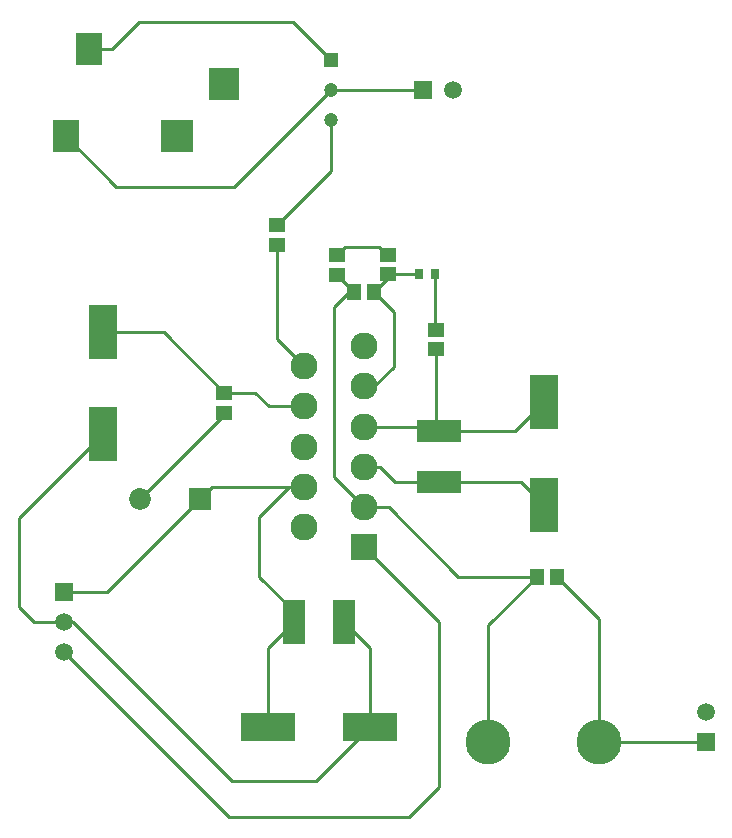
<source format=gbr>
G04 Layer_Physical_Order=1*
G04 Layer_Color=255*
%FSLAX25Y25*%
%MOIN*%
%TF.FileFunction,Copper,L1,Top,Signal*%
%TF.Part,Single*%
G01*
G75*
%TA.AperFunction,SMDPad,CuDef*%
%ADD10R,0.09252X0.18307*%
%ADD11R,0.14567X0.07283*%
%ADD12R,0.05709X0.05118*%
%ADD13R,0.07283X0.14567*%
%ADD14R,0.18307X0.09252*%
%ADD15R,0.02756X0.03740*%
%ADD16R,0.05512X0.04528*%
%ADD17R,0.04528X0.05512*%
%ADD18R,0.08661X0.11024*%
%ADD19R,0.11024X0.11024*%
%ADD20R,0.10236X0.11024*%
%TA.AperFunction,Conductor*%
%ADD21C,0.01000*%
%TA.AperFunction,ComponentPad*%
%ADD22R,0.05905X0.05905*%
%ADD23C,0.05905*%
%ADD24R,0.09000X0.09000*%
%ADD25C,0.09000*%
%ADD26R,0.04724X0.04724*%
%ADD27C,0.04724*%
%ADD28C,0.15000*%
%ADD29R,0.07283X0.07283*%
%ADD30C,0.07283*%
%ADD31R,0.05905X0.05905*%
D10*
X325000Y273028D02*
D03*
Y238972D02*
D03*
X178000Y296528D02*
D03*
Y262472D02*
D03*
D11*
X290000Y246634D02*
D03*
Y263366D02*
D03*
D12*
X289000Y297150D02*
D03*
Y290850D02*
D03*
X273000Y315850D02*
D03*
Y322150D02*
D03*
D13*
X258366Y200000D02*
D03*
X241634D02*
D03*
D14*
X267028Y165000D02*
D03*
X232972D02*
D03*
D15*
X288756Y316000D02*
D03*
X283244D02*
D03*
D16*
X256000Y322346D02*
D03*
Y315653D02*
D03*
X236000Y332347D02*
D03*
Y325654D02*
D03*
X218500Y269654D02*
D03*
Y276346D02*
D03*
D17*
X268347Y310000D02*
D03*
X261653D02*
D03*
X322654Y215000D02*
D03*
X329346D02*
D03*
D18*
X165610Y361772D02*
D03*
X173484Y390905D02*
D03*
D19*
X202618Y361772D02*
D03*
D20*
X218366Y379291D02*
D03*
D21*
X265000Y238200D02*
X273200D01*
X150000Y234472D02*
X178000Y262472D01*
X150000Y205000D02*
Y234472D01*
Y205000D02*
X155000Y200000D01*
X165000D01*
Y190000D02*
X220000Y135000D01*
X241339Y400000D02*
X254000Y387339D01*
X190000Y400000D02*
X241339D01*
X180905Y390905D02*
X190000Y400000D01*
X173484Y390905D02*
X180905D01*
X221661Y345000D02*
X254000Y377339D01*
X182382Y345000D02*
X221661D01*
X165610Y361772D02*
X182382Y345000D01*
X275000Y285000D02*
Y303346D01*
X268400Y278400D02*
X275000Y285000D01*
X265000Y278400D02*
X268400D01*
X255000Y248200D02*
Y305000D01*
Y248200D02*
X265000Y238200D01*
Y265000D02*
X288366D01*
X230000Y235000D02*
X239900Y244900D01*
X230000Y215000D02*
Y235000D01*
Y215000D02*
X241634Y203366D01*
X239900Y244900D02*
X245000D01*
X241634Y200000D02*
Y203366D01*
X232972Y191339D02*
X241634Y200000D01*
X232972Y165000D02*
Y191339D01*
X258366Y200000D02*
X267028Y191339D01*
Y165000D02*
Y191339D01*
X265000Y224800D02*
X290000Y199800D01*
Y145000D02*
Y199800D01*
X280000Y135000D02*
X290000Y145000D01*
X220000Y135000D02*
X280000D01*
X233300Y271700D02*
X245000D01*
X228654Y276346D02*
X233300Y271700D01*
X218500Y276346D02*
X228654D01*
X198319Y296528D02*
X218500Y276346D01*
X178000Y296528D02*
X198319D01*
X218500Y269000D02*
Y269654D01*
X190500Y241000D02*
X218500Y269000D01*
X179500Y210000D02*
X210500Y241000D01*
X165000Y210000D02*
X179500D01*
X265000Y251600D02*
X270400D01*
X275366Y246634D01*
X290000D01*
X260000Y310000D02*
X261653D01*
X268347D02*
X275000Y303346D01*
X165000Y200000D02*
X168000D01*
X221000Y147000D01*
X249028D01*
X267028Y165000D01*
X255000Y305000D02*
X260000Y310000D01*
X256000Y322346D02*
X258653Y325000D01*
X270150D01*
X273000Y322150D01*
X256000Y315653D02*
X261653Y310000D01*
X268347D02*
X273000Y314653D01*
Y315850D01*
X283095D01*
X283244Y316000D01*
X288756Y297394D02*
Y316000D01*
Y297394D02*
X289000Y297150D01*
Y264366D02*
Y290850D01*
Y264366D02*
X290000Y263366D01*
X288366Y265000D02*
X289000Y264366D01*
X284661Y377339D02*
X285000Y377000D01*
X254000Y377339D02*
X284661D01*
X210500Y241000D02*
X214400Y244900D01*
X239900D01*
X290000Y263366D02*
X315339D01*
X325000Y273028D01*
X290000Y246634D02*
X317339D01*
X325000Y238972D01*
X273200Y238200D02*
X296400Y215000D01*
X322654D01*
X306500Y160000D02*
Y198846D01*
X322654Y215000D01*
X329346D02*
X343500Y200847D01*
Y160000D02*
Y200847D01*
Y160000D02*
X379000D01*
X236000Y294100D02*
Y325654D01*
Y294100D02*
X245000Y285100D01*
X236000Y332347D02*
X254000Y350346D01*
Y367339D01*
D22*
X165000Y210000D02*
D03*
X379000Y160000D02*
D03*
D23*
X165000Y200000D02*
D03*
Y190000D02*
D03*
X379000Y170000D02*
D03*
X294661Y377339D02*
D03*
D24*
X265000Y224800D02*
D03*
D25*
X245000Y231500D02*
D03*
X265000Y238200D02*
D03*
X245000Y244900D02*
D03*
X265000Y251600D02*
D03*
X245000Y258300D02*
D03*
X265000Y265000D02*
D03*
X245000Y271700D02*
D03*
X265000Y278400D02*
D03*
X245000Y285100D02*
D03*
X265000Y291800D02*
D03*
D26*
X254000Y387339D02*
D03*
D27*
Y377339D02*
D03*
Y367339D02*
D03*
D28*
X343500Y160000D02*
D03*
X306500D02*
D03*
D29*
X210500Y241000D02*
D03*
D30*
X190500D02*
D03*
D31*
X284661Y377339D02*
D03*
%TF.MD5,72e8abcc22d2b93d07a5a77159ed8da7*%
M02*

</source>
